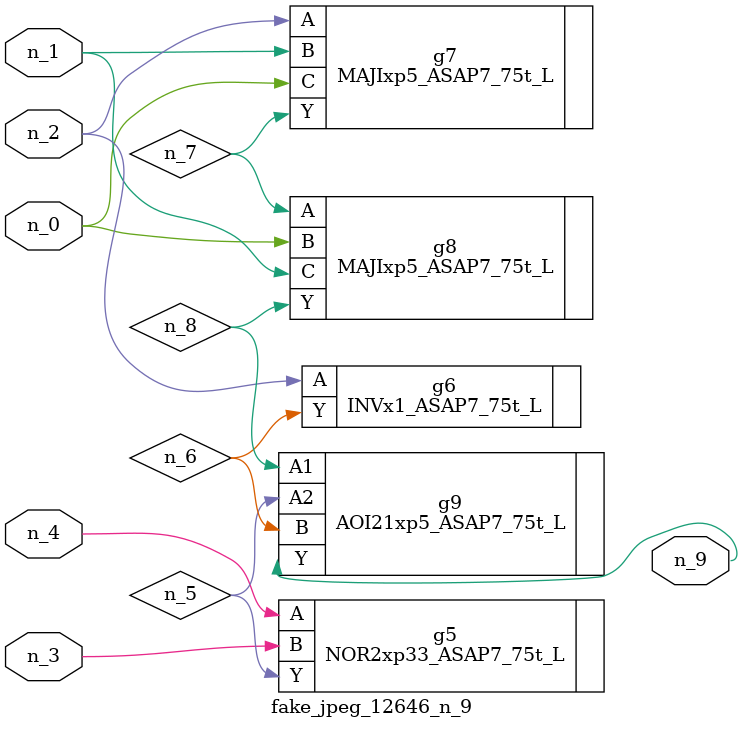
<source format=v>
module fake_jpeg_12646_n_9 (n_3, n_2, n_1, n_0, n_4, n_9);

input n_3;
input n_2;
input n_1;
input n_0;
input n_4;

output n_9;

wire n_8;
wire n_6;
wire n_5;
wire n_7;

NOR2xp33_ASAP7_75t_L g5 ( 
.A(n_4),
.B(n_3),
.Y(n_5)
);

INVx1_ASAP7_75t_L g6 ( 
.A(n_2),
.Y(n_6)
);

MAJIxp5_ASAP7_75t_L g7 ( 
.A(n_2),
.B(n_1),
.C(n_0),
.Y(n_7)
);

MAJIxp5_ASAP7_75t_L g8 ( 
.A(n_7),
.B(n_0),
.C(n_1),
.Y(n_8)
);

AOI21xp5_ASAP7_75t_L g9 ( 
.A1(n_8),
.A2(n_5),
.B(n_6),
.Y(n_9)
);


endmodule
</source>
